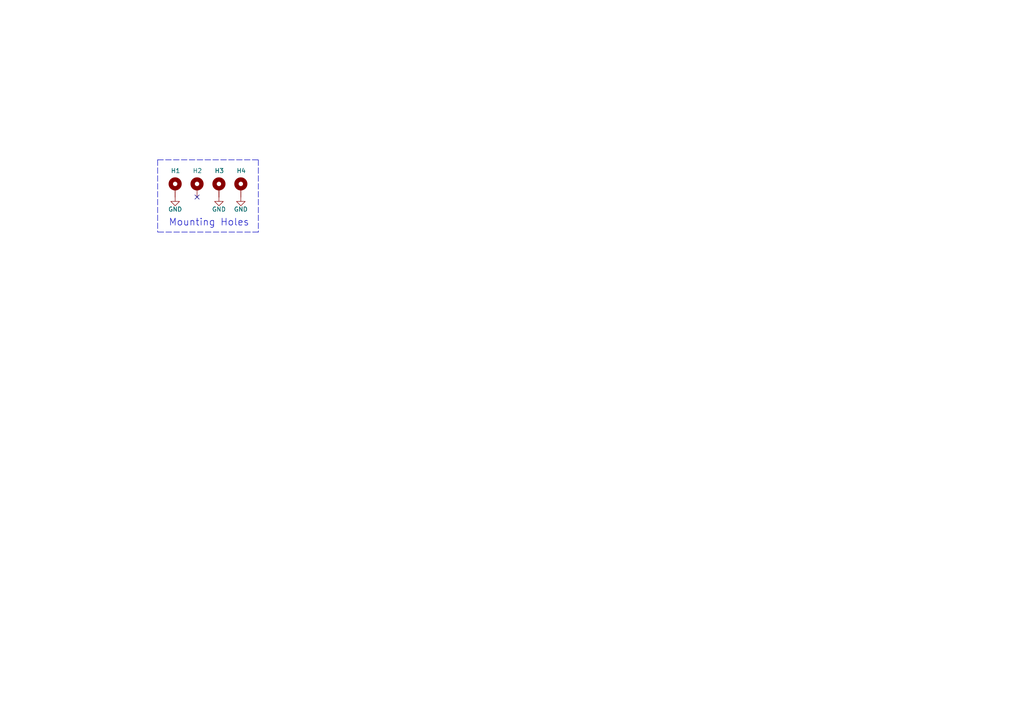
<source format=kicad_sch>
(kicad_sch (version 20211123) (generator eeschema)
  (paper "A4")
  (title_block (date "2022-05-24") (rev "2.0"))
  (lib_symbols
    (symbol "Mechanical:MountingHole_Pad" (pin_numbers hide) (pin_names (offset 1.016) hide)
      (property "Reference" "H" (at 0 6.35 0))
      (property "Value" "MountingHole_Pad" (at 0 4.445 0))
      (symbol "MountingHole_Pad_0_1"
        (circle (center 0 1.27) (radius 1.27) (stroke (width 1.27)))
      )
      (symbol "MountingHole_Pad_1_1"
        (pin passive line (at 0 -2.54 90) (length 2.54) (name "1") (number "1"))
      )
    )
    (symbol "power:GND" (power) (pin_names (offset 0))
      (property "Value" "GND" (at 0 -3.81 0))
      (symbol "GND_0_1"
        (polyline (pts (xy 0 0) (xy 0 -1.27) (xy 1.27 -1.27) (xy 0 -2.54) (xy -1.27 -1.27) (xy 0 -1.27)))
      )
      (symbol "GND_1_1"
        (pin power_in line (at 0 0 270) (length 0) hide (name "GND") (number "1"))
      )
    )
  )
  (no_connect (at 57.15 57.15))
  (polyline (pts (xy 45.72 46.355) (xy 45.72 67.31)))
  (polyline (pts (xy 74.93 46.355) (xy 74.93 67.31)))
  (polyline (pts (xy 45.72 46.355) (xy 74.93 46.355)))
  (polyline (pts (xy 74.93 67.31) (xy 45.72 67.31)))
  (text "Mounting Holes" (at 48.895 65.786 0) (effects (font (size 2 2)) (justify left bottom)))
  (symbol (lib_id "power:GND") (at 63.5 57.15 0) (unit 1)
    (property "Reference" "#PWR060" (effects hide))
    (property "Value" "GND" (at 63.5 60.706 0))
  )
  (symbol (lib_id "Mechanical:MountingHole_Pad") (at 63.5 54.61 0) (unit 1) (in_bom no)
    (property "Reference" "H3" (at 62.23 49.53 0) (effects (justify left)))
    (property "Value" "MountingHole_Pad" (effects hide))
    (property "Footprint" "MountingHole:MountingHole_3.2mm_M3_ISO14580_Pad" (effects hide))
    (property "JLCMFR#" "DNI" (effects hide))
  )
  (symbol (lib_id "power:GND") (at 50.8 57.15 0) (unit 1)
    (property "Reference" "#PWR059" (effects hide))
    (property "Value" "GND" (at 50.8 60.706 0))
  )
  (symbol (lib_id "Mechanical:MountingHole_Pad") (at 57.15 54.61 0) (unit 1) (in_bom no)
    (property "Reference" "H2" (at 55.88 49.53 0) (effects (justify left)))
    (property "Value" "MountingHole_Pad" (effects hide))
    (property "Footprint" "MountingHole:MountingHole_3.2mm_M3_ISO14580_Pad" (effects hide))
    (property "JLCMFR#" "DNI" (effects hide))
  )
  (symbol (lib_id "Mechanical:MountingHole_Pad") (at 69.85 54.61 0) (unit 1) (in_bom no)
    (property "Reference" "H4" (at 68.58 49.53 0) (effects (justify left)))
    (property "Value" "MountingHole_Pad" (effects hide))
    (property "Footprint" "MountingHole:MountingHole_3.2mm_M3_ISO14580_Pad" (effects hide))
    (property "JLCMFR#" "DNI" (effects hide))
  )
  (symbol (lib_id "Mechanical:MountingHole_Pad") (at 50.8 54.61 0) (unit 1) (in_bom no)
    (property "Reference" "H1" (at 49.53 49.53 0) (effects (justify left)))
    (property "Value" "MountingHole_Pad" (effects hide))
    (property "Footprint" "MountingHole:MountingHole_3.2mm_M3_ISO14580_Pad" (effects hide))
    (property "JLCMFR#" "DNI" (effects hide))
  )
  (symbol (lib_id "power:GND") (at 69.85 57.15 0) (unit 1)
    (property "Reference" "#PWR061" (effects hide))
    (property "Value" "GND" (at 69.85 60.706 0))
  )
)
</source>
